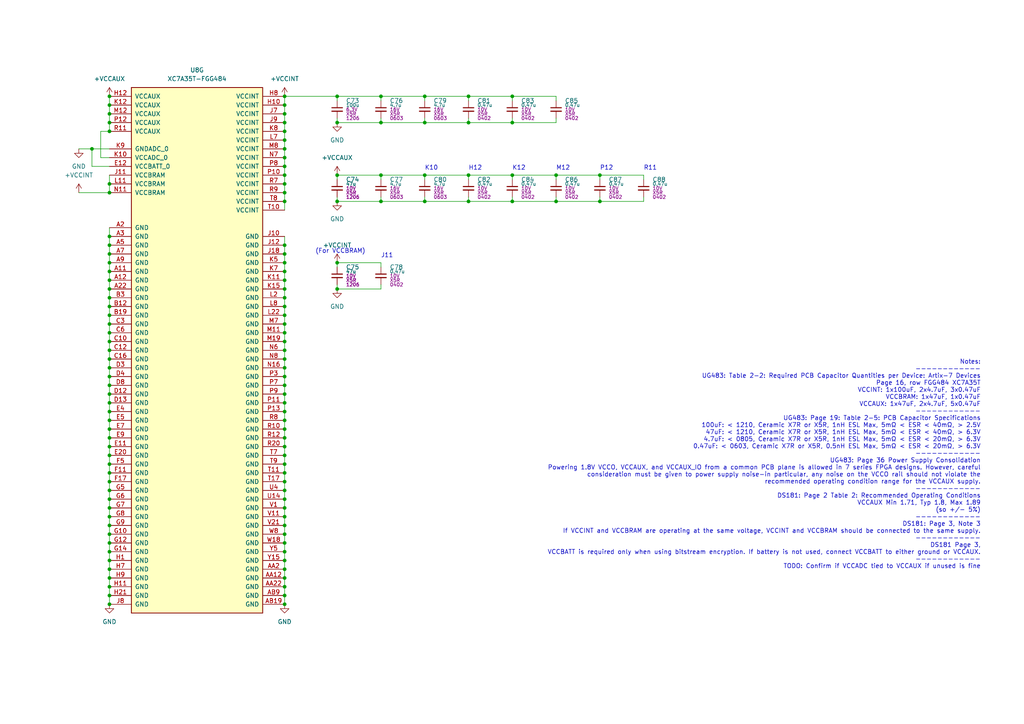
<source format=kicad_sch>
(kicad_sch (version 20230121) (generator eeschema)
  (paper "A4")
  (title_block (title "PCIeDMA") (date "2023-02-14") (rev "1"))
  (junction (at 31.75 86.36))
  (junction (at 31.75 93.98))
  (junction (at 31.75 149.86))
  (junction (at 82.55 101.6))
  (junction (at 82.55 139.7))
  (junction (at 82.55 137.16))
  (junction (at 148.59 50.8))
  (junction (at 110.49 27.94))
  (junction (at 82.55 144.78))
  (junction (at 135.89 50.8))
  (junction (at 31.75 162.56))
  (junction (at 148.59 35.56))
  (junction (at 31.75 96.52))
  (junction (at 82.55 99.06))
  (junction (at 82.55 38.1))
  (junction (at 82.55 58.42))
  (junction (at 82.55 43.18))
  (junction (at 110.49 58.42))
  (junction (at 31.75 81.28))
  (junction (at 31.75 147.32))
  (junction (at 82.55 154.94))
  (junction (at 31.75 38.1))
  (junction (at 31.75 129.54))
  (junction (at 31.75 152.4))
  (junction (at 82.55 86.36))
  (junction (at 97.79 27.94))
  (junction (at 31.75 35.56))
  (junction (at 31.75 139.7))
  (junction (at 82.55 132.08))
  (junction (at 82.55 114.3))
  (junction (at 82.55 157.48))
  (junction (at 31.75 119.38))
  (junction (at 31.75 68.58))
  (junction (at 110.49 50.8))
  (junction (at 123.19 50.8))
  (junction (at 31.75 101.6))
  (junction (at 31.75 73.66))
  (junction (at 31.75 27.94))
  (junction (at 82.55 106.68))
  (junction (at 123.19 35.56))
  (junction (at 31.75 116.84))
  (junction (at 82.55 147.32))
  (junction (at 82.55 149.86))
  (junction (at 31.75 53.34))
  (junction (at 31.75 99.06))
  (junction (at 82.55 129.54))
  (junction (at 31.75 83.82))
  (junction (at 82.55 170.18))
  (junction (at 82.55 165.1))
  (junction (at 82.55 121.92))
  (junction (at 82.55 40.64))
  (junction (at 31.75 137.16))
  (junction (at 82.55 124.46))
  (junction (at 161.29 50.8))
  (junction (at 31.75 170.18))
  (junction (at 31.75 106.68))
  (junction (at 82.55 76.2))
  (junction (at 82.55 55.88))
  (junction (at 31.75 157.48))
  (junction (at 82.55 162.56))
  (junction (at 82.55 172.72))
  (junction (at 31.75 167.64))
  (junction (at 31.75 33.02))
  (junction (at 82.55 104.14))
  (junction (at 82.55 73.66))
  (junction (at 82.55 35.56))
  (junction (at 82.55 48.26))
  (junction (at 31.75 76.2))
  (junction (at 82.55 142.24))
  (junction (at 82.55 152.4))
  (junction (at 82.55 127))
  (junction (at 97.79 83.82))
  (junction (at 148.59 27.94))
  (junction (at 31.75 111.76))
  (junction (at 31.75 124.46))
  (junction (at 135.89 58.42))
  (junction (at 110.49 35.56))
  (junction (at 123.19 27.94))
  (junction (at 135.89 27.94))
  (junction (at 31.75 132.08))
  (junction (at 82.55 119.38))
  (junction (at 97.79 35.56))
  (junction (at 31.75 78.74))
  (junction (at 31.75 71.12))
  (junction (at 82.55 175.26))
  (junction (at 82.55 33.02))
  (junction (at 31.75 121.92))
  (junction (at 82.55 111.76))
  (junction (at 82.55 93.98))
  (junction (at 31.75 134.62))
  (junction (at 26.67 43.18))
  (junction (at 161.29 58.42))
  (junction (at 31.75 127))
  (junction (at 31.75 160.02))
  (junction (at 31.75 142.24))
  (junction (at 82.55 81.28))
  (junction (at 82.55 71.12))
  (junction (at 82.55 27.94))
  (junction (at 82.55 160.02))
  (junction (at 82.55 96.52))
  (junction (at 31.75 30.48))
  (junction (at 148.59 58.42))
  (junction (at 31.75 91.44))
  (junction (at 31.75 165.1))
  (junction (at 31.75 109.22))
  (junction (at 82.55 45.72))
  (junction (at 31.75 55.88))
  (junction (at 82.55 109.22))
  (junction (at 173.99 50.8))
  (junction (at 82.55 116.84))
  (junction (at 31.75 175.26))
  (junction (at 173.99 58.42))
  (junction (at 82.55 134.62))
  (junction (at 82.55 50.8))
  (junction (at 82.55 91.44))
  (junction (at 82.55 83.82))
  (junction (at 123.19 58.42))
  (junction (at 97.79 76.2))
  (junction (at 31.75 144.78))
  (junction (at 135.89 35.56))
  (junction (at 31.75 88.9))
  (junction (at 82.55 88.9))
  (junction (at 82.55 78.74))
  (junction (at 97.79 50.8))
  (junction (at 82.55 167.64))
  (junction (at 97.79 58.42))
  (junction (at 82.55 30.48))
  (junction (at 31.75 104.14))
  (junction (at 31.75 154.94))
  (junction (at 82.55 53.34))
  (junction (at 31.75 114.3))
  (junction (at 31.75 172.72))
  (wire (pts (xy 31.75 121.92) (xy 31.75 124.46)))
  (wire (pts (xy 82.55 172.72) (xy 82.55 175.26)))
  (wire (pts (xy 148.59 58.42) (xy 148.59 57.15)))
  (wire (pts (xy 97.79 76.2) (xy 110.49 76.2)))
  (wire (pts (xy 82.55 137.16) (xy 82.55 139.7)))
  (wire (pts (xy 31.75 109.22) (xy 31.75 111.76)))
  (wire (pts (xy 82.55 157.48) (xy 82.55 160.02)))
  (wire (pts (xy 82.55 88.9) (xy 82.55 91.44)))
  (wire (pts (xy 31.75 30.48) (xy 31.75 27.94)))
  (wire (pts (xy 31.75 68.58) (xy 31.75 71.12)))
  (wire (pts (xy 31.75 50.8) (xy 31.75 53.34)))
  (wire (pts (xy 82.55 101.6) (xy 82.55 104.14)))
  (wire (pts (xy 31.75 167.64) (xy 31.75 170.18)))
  (wire (pts (xy 123.19 34.29) (xy 123.19 35.56)))
  (wire (pts (xy 123.19 50.8) (xy 123.19 52.07)))
  (wire (pts (xy 31.75 147.32) (xy 31.75 149.86)))
  (wire (pts (xy 161.29 27.94) (xy 148.59 27.94)))
  (wire (pts (xy 31.75 83.82) (xy 31.75 86.36)))
  (wire (pts (xy 31.75 127) (xy 31.75 129.54)))
  (wire (pts (xy 26.67 48.26) (xy 26.67 43.18)))
  (wire (pts (xy 82.55 149.86) (xy 82.55 152.4)))
  (wire (pts (xy 110.49 50.8) (xy 110.49 52.07)))
  (wire (pts (xy 123.19 35.56) (xy 135.89 35.56)))
  (wire (pts (xy 31.75 53.34) (xy 31.75 55.88)))
  (wire (pts (xy 82.55 43.18) (xy 82.55 45.72)))
  (wire (pts (xy 110.49 35.56) (xy 123.19 35.56)))
  (wire (pts (xy 82.55 40.64) (xy 82.55 43.18)))
  (wire (pts (xy 31.75 137.16) (xy 31.75 139.7)))
  (wire (pts (xy 110.49 58.42) (xy 110.49 57.15)))
  (wire (pts (xy 82.55 124.46) (xy 82.55 127)))
  (wire (pts (xy 31.75 101.6) (xy 31.75 104.14)))
  (wire (pts (xy 82.55 165.1) (xy 82.55 167.64)))
  (wire (pts (xy 31.75 71.12) (xy 31.75 73.66)))
  (wire (pts (xy 148.59 34.29) (xy 148.59 35.56)))
  (wire (pts (xy 82.55 53.34) (xy 82.55 55.88)))
  (wire (pts (xy 31.75 144.78) (xy 31.75 147.32)))
  (wire (pts (xy 82.55 147.32) (xy 82.55 149.86)))
  (wire (pts (xy 31.75 99.06) (xy 31.75 101.6)))
  (wire (pts (xy 31.75 35.56) (xy 31.75 33.02)))
  (wire (pts (xy 110.49 27.94) (xy 97.79 27.94)))
  (wire (pts (xy 82.55 116.84) (xy 82.55 119.38)))
  (wire (pts (xy 31.75 124.46) (xy 31.75 127)))
  (wire (pts (xy 82.55 132.08) (xy 82.55 134.62)))
  (wire (pts (xy 97.79 82.55) (xy 97.79 83.82)))
  (wire (pts (xy 82.55 73.66) (xy 82.55 76.2)))
  (wire (pts (xy 82.55 27.94) (xy 82.55 30.48)))
  (wire (pts (xy 29.21 45.72) (xy 29.21 38.1)))
  (wire (pts (xy 29.21 38.1) (xy 31.75 38.1)))
  (wire (pts (xy 82.55 78.74) (xy 82.55 81.28)))
  (wire (pts (xy 82.55 121.92) (xy 82.55 124.46)))
  (wire (pts (xy 135.89 27.94) (xy 135.89 29.21)))
  (wire (pts (xy 82.55 129.54) (xy 82.55 132.08)))
  (wire (pts (xy 31.75 149.86) (xy 31.75 152.4)))
  (wire (pts (xy 123.19 50.8) (xy 110.49 50.8)))
  (wire (pts (xy 97.79 34.29) (xy 97.79 35.56)))
  (wire (pts (xy 82.55 127) (xy 82.55 129.54)))
  (wire (pts (xy 123.19 58.42) (xy 123.19 57.15)))
  (wire (pts (xy 31.75 170.18) (xy 31.75 172.72)))
  (wire (pts (xy 82.55 96.52) (xy 82.55 99.06)))
  (wire (pts (xy 31.75 33.02) (xy 31.75 30.48)))
  (wire (pts (xy 82.55 27.94) (xy 97.79 27.94)))
  (wire (pts (xy 82.55 83.82) (xy 82.55 86.36)))
  (wire (pts (xy 161.29 35.56) (xy 161.29 34.29)))
  (wire (pts (xy 31.75 48.26) (xy 26.67 48.26)))
  (wire (pts (xy 82.55 45.72) (xy 82.55 48.26)))
  (wire (pts (xy 31.75 165.1) (xy 31.75 167.64)))
  (wire (pts (xy 31.75 106.68) (xy 31.75 109.22)))
  (wire (pts (xy 135.89 50.8) (xy 135.89 52.07)))
  (wire (pts (xy 31.75 38.1) (xy 31.75 35.56)))
  (wire (pts (xy 82.55 139.7) (xy 82.55 142.24)))
  (wire (pts (xy 97.79 83.82) (xy 110.49 83.82)))
  (wire (pts (xy 82.55 119.38) (xy 82.55 121.92)))
  (wire (pts (xy 173.99 50.8) (xy 161.29 50.8)))
  (wire (pts (xy 173.99 58.42) (xy 173.99 57.15)))
  (wire (pts (xy 135.89 35.56) (xy 148.59 35.56)))
  (wire (pts (xy 82.55 76.2) (xy 82.55 78.74)))
  (wire (pts (xy 31.75 111.76) (xy 31.75 114.3)))
  (wire (pts (xy 31.75 172.72) (xy 31.75 175.26)))
  (wire (pts (xy 82.55 50.8) (xy 82.55 53.34)))
  (wire (pts (xy 82.55 134.62) (xy 82.55 137.16)))
  (wire (pts (xy 161.29 58.42) (xy 148.59 58.42)))
  (wire (pts (xy 82.55 55.88) (xy 82.55 58.42)))
  (wire (pts (xy 161.29 58.42) (xy 161.29 57.15)))
  (wire (pts (xy 31.75 142.24) (xy 31.75 144.78)))
  (wire (pts (xy 31.75 66.04) (xy 31.75 68.58)))
  (wire (pts (xy 31.75 104.14) (xy 31.75 106.68)))
  (wire (pts (xy 31.75 93.98) (xy 31.75 96.52)))
  (wire (pts (xy 82.55 162.56) (xy 82.55 165.1)))
  (wire (pts (xy 82.55 160.02) (xy 82.55 162.56)))
  (wire (pts (xy 82.55 81.28) (xy 82.55 83.82)))
  (wire (pts (xy 186.69 58.42) (xy 173.99 58.42)))
  (wire (pts (xy 135.89 58.42) (xy 135.89 57.15)))
  (wire (pts (xy 31.75 81.28) (xy 31.75 83.82)))
  (wire (pts (xy 110.49 58.42) (xy 97.79 58.42)))
  (wire (pts (xy 82.55 30.48) (xy 82.55 33.02)))
  (wire (pts (xy 82.55 99.06) (xy 82.55 101.6)))
  (wire (pts (xy 31.75 78.74) (xy 31.75 81.28)))
  (wire (pts (xy 123.19 58.42) (xy 110.49 58.42)))
  (wire (pts (xy 82.55 114.3) (xy 82.55 116.84)))
  (wire (pts (xy 135.89 58.42) (xy 148.59 58.42)))
  (wire (pts (xy 135.89 27.94) (xy 123.19 27.94)))
  (wire (pts (xy 26.67 43.18) (xy 22.86 43.18)))
  (wire (pts (xy 161.29 29.21) (xy 161.29 27.94)))
  (wire (pts (xy 110.49 76.2) (xy 110.49 77.47)))
  (wire (pts (xy 161.29 50.8) (xy 148.59 50.8)))
  (wire (pts (xy 31.75 157.48) (xy 31.75 160.02)))
  (wire (pts (xy 82.55 111.76) (xy 82.55 114.3)))
  (wire (pts (xy 82.55 170.18) (xy 82.55 172.72)))
  (wire (pts (xy 31.75 162.56) (xy 31.75 165.1)))
  (wire (pts (xy 82.55 154.94) (xy 82.55 157.48)))
  (wire (pts (xy 82.55 33.02) (xy 82.55 35.56)))
  (wire (pts (xy 31.75 76.2) (xy 31.75 78.74)))
  (wire (pts (xy 135.89 34.29) (xy 135.89 35.56)))
  (wire (pts (xy 123.19 27.94) (xy 123.19 29.21)))
  (wire (pts (xy 148.59 27.94) (xy 135.89 27.94)))
  (wire (pts (xy 31.75 154.94) (xy 31.75 157.48)))
  (wire (pts (xy 97.79 76.2) (xy 97.79 77.47)))
  (wire (pts (xy 82.55 71.12) (xy 82.55 73.66)))
  (wire (pts (xy 123.19 27.94) (xy 110.49 27.94)))
  (wire (pts (xy 31.75 160.02) (xy 31.75 162.56)))
  (wire (pts (xy 173.99 50.8) (xy 173.99 52.07)))
  (wire (pts (xy 31.75 129.54) (xy 31.75 132.08)))
  (wire (pts (xy 135.89 50.8) (xy 148.59 50.8)))
  (wire (pts (xy 97.79 27.94) (xy 97.79 29.21)))
  (wire (pts (xy 82.55 152.4) (xy 82.55 154.94)))
  (wire (pts (xy 82.55 104.14) (xy 82.55 106.68)))
  (wire (pts (xy 82.55 142.24) (xy 82.55 144.78)))
  (wire (pts (xy 31.75 73.66) (xy 31.75 76.2)))
  (wire (pts (xy 82.55 38.1) (xy 82.55 40.64)))
  (wire (pts (xy 97.79 50.8) (xy 97.79 52.07)))
  (wire (pts (xy 22.86 55.88) (xy 31.75 55.88)))
  (wire (pts (xy 31.75 88.9) (xy 31.75 91.44)))
  (wire (pts (xy 31.75 114.3) (xy 31.75 116.84)))
  (wire (pts (xy 186.69 50.8) (xy 186.69 52.07)))
  (wire (pts (xy 82.55 93.98) (xy 82.55 96.52)))
  (wire (pts (xy 110.49 27.94) (xy 110.49 29.21)))
  (wire (pts (xy 31.75 134.62) (xy 31.75 137.16)))
  (wire (pts (xy 31.75 139.7) (xy 31.75 142.24)))
  (wire (pts (xy 97.79 35.56) (xy 110.49 35.56)))
  (wire (pts (xy 31.75 91.44) (xy 31.75 93.98)))
  (wire (pts (xy 82.55 58.42) (xy 82.55 60.96)))
  (wire (pts (xy 31.75 116.84) (xy 31.75 119.38)))
  (wire (pts (xy 82.55 109.22) (xy 82.55 111.76)))
  (wire (pts (xy 82.55 106.68) (xy 82.55 109.22)))
  (wire (pts (xy 31.75 45.72) (xy 29.21 45.72)))
  (wire (pts (xy 110.49 82.55) (xy 110.49 83.82)))
  (wire (pts (xy 82.55 167.64) (xy 82.55 170.18)))
  (wire (pts (xy 186.69 58.42) (xy 186.69 57.15)))
  (wire (pts (xy 186.69 50.8) (xy 173.99 50.8)))
  (wire (pts (xy 82.55 68.58) (xy 82.55 71.12)))
  (wire (pts (xy 110.49 34.29) (xy 110.49 35.56)))
  (wire (pts (xy 82.55 48.26) (xy 82.55 50.8)))
  (wire (pts (xy 97.79 57.15) (xy 97.79 58.42)))
  (wire (pts (xy 31.75 152.4) (xy 31.75 154.94)))
  (wire (pts (xy 31.75 119.38) (xy 31.75 121.92)))
  (wire (pts (xy 123.19 58.42) (xy 135.89 58.42)))
  (wire (pts (xy 148.59 50.8) (xy 148.59 52.07)))
  (wire (pts (xy 82.55 86.36) (xy 82.55 88.9)))
  (wire (pts (xy 148.59 27.94) (xy 148.59 29.21)))
  (wire (pts (xy 31.75 96.52) (xy 31.75 99.06)))
  (wire (pts (xy 148.59 35.56) (xy 161.29 35.56)))
  (wire (pts (xy 26.67 43.18) (xy 31.75 43.18)))
  (wire (pts (xy 123.19 50.8) (xy 135.89 50.8)))
  (wire (pts (xy 31.75 132.08) (xy 31.75 134.62)))
  (wire (pts (xy 161.29 50.8) (xy 161.29 52.07)))
  (wire (pts (xy 82.55 35.56) (xy 82.55 38.1)))
  (wire (pts (xy 82.55 91.44) (xy 82.55 93.98)))
  (wire (pts (xy 82.55 144.78) (xy 82.55 147.32)))
  (wire (pts (xy 31.75 86.36) (xy 31.75 88.9)))
  (wire (pts (xy 173.99 58.42) (xy 161.29 58.42)))
  (wire (pts (xy 110.49 50.8) (xy 97.79 50.8)))
  (text "K12" (at 148.59 49.53 0) (effects (font (size 1.27 1.27)) (justify left bottom)))
  (text "(For VCCBRAM)" (at 91.44 73.66 0) (effects (font (size 1.27 1.27)) (justify left bottom)))
  (text "Notes:\n------------\nUG483: Table 2-2: Required PCB Capacitor Quantities per Device: Artix-7 Devices\nPage 16, row FGG484 XC7A35T\nVCCINT: 1x100uF, 2x4.7uF, 3x0.47uF\nVCCBRAM: 1x47uF, 1x0.47uF\nVCCAUX: 1x47uF, 2x4.7uF, 5x0.47uF\n------------\nUG483: Page 19: Table 2-5: PCB Capacitor Specifications\n100uF: < 1210, Ceramic X7R or X5R, 1nH ESL Max, 5mΩ < ESR < 40mΩ, > 2.5V\n47uF: < 1210, Ceramic X7R or X5R, 1nH ESL Max, 5mΩ < ESR < 40mΩ, > 6.3V\n4.7uF: < 0805, Ceramic X7R or X5R, 1nH ESL Max, 5mΩ < ESR < 20mΩ, > 6.3V\n0.47uF: < 0603, Ceramic X7R or X5R, 0.5nH ESL Max, 5mΩ < ESR < 20mΩ, > 6.3V\n------------\nUG483: Page 36 Power Supply Consolidation\nPowering 1.8V VCCO, VCCAUX, and VCCAUX_IO from a common PCB plane is allowed in 7 series FPGA designs. However, careful\nconsideration must be given to power supply noise-in particular, any noise on the VCCO rail should not violate the\nrecommended operating condition range for the VCCAUX supply.\n------------\nDS181: Page 2 Table 2: Recommended Operating Conditions\nVCCAUX Min 1.71, Typ 1.8, Max 1.89\n(so +/- 5%)\n------------\nDS181: Page 3, Note 3\nIf VCCINT and VCCBRAM are operating at the same voltage, VCCINT and VCCBRAM should be connected to the same supply.\n------------\nDS181 Page 3,\nVCCBATT is required only when using bitstream encryption. If battery is not used, connect VCCBATT to either ground or VCCAUX.\n------------\nTODO: Confirm if VCCADC tied to VCCAUX if unused is fine" (at 284.48 165.1 0) (effects (font (size 1.27 1.27)) (justify right bottom)))
  (text "R11" (at 186.69 49.53 0) (effects (font (size 1.27 1.27)) (justify left bottom)))
  (text "H12" (at 135.89 49.53 0) (effects (font (size 1.27 1.27)) (justify left bottom)))
  (text "P12" (at 173.99 49.53 0) (effects (font (size 1.27 1.27)) (justify left bottom)))
  (text "J11" (at 110.49 74.93 0) (effects (font (size 1.27 1.27)) (justify left bottom)))
  (text "M12" (at 161.29 49.53 0) (effects (font (size 1.27 1.27)) (justify left bottom)))
  (text "K10" (at 123.19 49.53 0) (effects (font (size 1.27 1.27)) (justify left bottom)))
  (symbol (lib_id "power:GND") (at 97.79 83.82 0) (unit 1)
    (property "Reference" "#PWR094" (effects hide))
    (property "Value" "GND" (at 97.79 88.9 0))
  )
  (symbol (lib_id "Device:C_Small") (at 97.79 80.01 0) (unit 1)
    (property "Reference" "C75" (at 100.33 77.47 0) (effects (justify left)))
    (property "Value" "47u" (at 100.33 78.74 0) (effects (font (size 1 1)) (justify left)))
    (property "Footprint" "Capacitor_SMD:C_1206_3216Metric" (effects hide))
    (property "Rating" "10V" (at 100.33 80.01 0) (effects (font (size 1 1)) (justify left)))
    (property "Class" "X5R" (at 100.33 81.28 0) (effects (font (size 1 1)) (justify left)))
    (property "Size" "1206" (at 100.33 82.55 0) (effects (font (size 1 1)) (justify left)))
  )
  (symbol (lib_id "Device:C_Small") (at 148.59 54.61 0) (unit 1)
    (property "Reference" "C84" (at 151.13 52.07 0) (effects (justify left)))
    (property "Value" "0.47u" (at 151.13 53.34 0) (effects (font (size 1 1)) (justify left)))
    (property "Footprint" "Capacitor_SMD:C_0402_1005Metric" (effects hide))
    (property "Rating" "10V" (at 151.13 54.61 0) (effects (font (size 1 1)) (justify left)))
    (property "Class" "X5R" (at 151.13 55.88 0) (effects (font (size 1 1)) (justify left)))
    (property "Size" "0402" (at 151.13 57.15 0) (effects (font (size 1 1)) (justify left)))
  )
  (symbol (lib_id "PCIeDMA:+VCCAUX") (at 31.75 27.94 0) (unit 1)
    (property "Reference" "#PWR086" (effects hide))
    (property "Value" "+VCCAUX" (at 31.75 22.86 0))
  )
  (symbol (lib_id "Device:C_Small") (at 135.89 31.75 0) (unit 1)
    (property "Reference" "C81" (at 138.43 29.21 0) (effects (justify left)))
    (property "Value" "0.47u" (at 138.43 30.48 0) (effects (font (size 1 1)) (justify left)))
    (property "Footprint" "Capacitor_SMD:C_0402_1005Metric" (effects hide))
    (property "Rating" "10V" (at 138.43 31.75 0) (effects (font (size 1 1)) (justify left)))
    (property "Class" "X5R" (at 138.43 33.02 0) (effects (font (size 1 1)) (justify left)))
    (property "Size" "0402" (at 138.43 34.29 0) (effects (font (size 1 1)) (justify left)))
  )
  (symbol (lib_id "PCIeDMA:+VCCINT") (at 82.55 27.94 0) (unit 1)
    (property "Reference" "#PWR088" (effects hide))
    (property "Value" "+VCCINT" (at 82.55 22.86 0))
  )
  (symbol (lib_id "Device:C_Small") (at 148.59 31.75 0) (unit 1)
    (property "Reference" "C83" (at 151.13 29.21 0) (effects (justify left)))
    (property "Value" "0.47u" (at 151.13 30.48 0) (effects (font (size 1 1)) (justify left)))
    (property "Footprint" "Capacitor_SMD:C_0402_1005Metric" (effects hide))
    (property "Rating" "10V" (at 151.13 31.75 0) (effects (font (size 1 1)) (justify left)))
    (property "Class" "X5R" (at 151.13 33.02 0) (effects (font (size 1 1)) (justify left)))
    (property "Size" "0402" (at 151.13 34.29 0) (effects (font (size 1 1)) (justify left)))
  )
  (symbol (lib_id "Device:C_Small") (at 110.49 54.61 0) (unit 1)
    (property "Reference" "C77" (at 113.03 52.07 0) (effects (justify left)))
    (property "Value" "4.7u" (at 113.03 53.34 0) (effects (font (size 1 1)) (justify left)))
    (property "Footprint" "Capacitor_SMD:C_0603_1608Metric" (effects hide))
    (property "Rating" "16V" (at 113.03 54.61 0) (effects (font (size 1 1)) (justify left)))
    (property "Class" "X5R" (at 113.03 55.88 0) (effects (font (size 1 1)) (justify left)))
    (property "Size" "0603" (at 113.03 57.15 0) (effects (font (size 1 1)) (justify left)))
  )
  (symbol (lib_id "Device:C_Small") (at 135.89 54.61 0) (unit 1)
    (property "Reference" "C82" (at 138.43 52.07 0) (effects (justify left)))
    (property "Value" "0.47u" (at 138.43 53.34 0) (effects (font (size 1 1)) (justify left)))
    (property "Footprint" "Capacitor_SMD:C_0402_1005Metric" (effects hide))
    (property "Rating" "10V" (at 138.43 54.61 0) (effects (font (size 1 1)) (justify left)))
    (property "Class" "X5R" (at 138.43 55.88 0) (effects (font (size 1 1)) (justify left)))
    (property "Size" "0402" (at 138.43 57.15 0) (effects (font (size 1 1)) (justify left)))
  )
  (symbol (lib_id "Device:C_Small") (at 123.19 54.61 0) (unit 1)
    (property "Reference" "C80" (at 125.73 52.07 0) (effects (justify left)))
    (property "Value" "4.7u" (at 125.73 53.34 0) (effects (font (size 1 1)) (justify left)))
    (property "Footprint" "Capacitor_SMD:C_0603_1608Metric" (effects hide))
    (property "Rating" "16V" (at 125.73 54.61 0) (effects (font (size 1 1)) (justify left)))
    (property "Class" "X5R" (at 125.73 55.88 0) (effects (font (size 1 1)) (justify left)))
    (property "Size" "0603" (at 125.73 57.15 0) (effects (font (size 1 1)) (justify left)))
  )
  (symbol (lib_id "Device:C_Small") (at 110.49 80.01 0) (unit 1)
    (property "Reference" "C78" (at 113.03 77.47 0) (effects (justify left)))
    (property "Value" "0.47u" (at 113.03 78.74 0) (effects (font (size 1 1)) (justify left)))
    (property "Footprint" "Capacitor_SMD:C_0402_1005Metric" (effects hide))
    (property "Rating" "10V" (at 113.03 80.01 0) (effects (font (size 1 1)) (justify left)))
    (property "Class" "X5R" (at 113.03 81.28 0) (effects (font (size 1 1)) (justify left)))
    (property "Size" "0402" (at 113.03 82.55 0) (effects (font (size 1 1)) (justify left)))
  )
  (symbol (lib_id "power:GND") (at 31.75 175.26 0) (unit 1)
    (property "Reference" "#PWR087" (effects hide))
    (property "Value" "GND" (at 31.75 180.34 0))
  )
  (symbol (lib_id "Device:C_Small") (at 97.79 31.75 0) (unit 1)
    (property "Reference" "C73" (at 100.33 29.21 0) (effects (justify left)))
    (property "Value" "100u" (at 100.33 30.48 0) (effects (font (size 1 1)) (justify left)))
    (property "Footprint" "Capacitor_SMD:C_1206_3216Metric" (effects hide))
    (property "Rating" "6.3V" (at 100.33 31.75 0) (effects (font (size 1 1)) (justify left)))
    (property "Class" "X5R" (at 100.33 33.02 0) (effects (font (size 1 1)) (justify left)))
    (property "Size" "1206" (at 100.33 34.29 0) (effects (font (size 1 1)) (justify left)))
  )
  (symbol (lib_id "Device:C_Small") (at 173.99 54.61 0) (unit 1)
    (property "Reference" "C87" (at 176.53 52.07 0) (effects (justify left)))
    (property "Value" "0.47u" (at 176.53 53.34 0) (effects (font (size 1 1)) (justify left)))
    (property "Footprint" "Capacitor_SMD:C_0402_1005Metric" (effects hide))
    (property "Rating" "10V" (at 176.53 54.61 0) (effects (font (size 1 1)) (justify left)))
    (property "Class" "X5R" (at 176.53 55.88 0) (effects (font (size 1 1)) (justify left)))
    (property "Size" "0402" (at 176.53 57.15 0) (effects (font (size 1 1)) (justify left)))
  )
  (symbol (lib_id "FPGA_Xilinx_Artix7:XC7A35T-FGG484") (at 57.15 101.6 0) (unit 7)
    (property "Reference" "U8" (at 57.15 20.32 0))
    (property "Value" "XC7A35T-FGG484" (at 57.15 22.86 0))
    (property "Footprint" "Package_BGA:Xilinx_FGG484" (effects hide))
  )
  (symbol (lib_id "Device:C_Small") (at 161.29 31.75 0) (unit 1)
    (property "Reference" "C85" (at 163.83 29.21 0) (effects (justify left)))
    (property "Value" "0.47u" (at 163.83 30.48 0) (effects (font (size 1 1)) (justify left)))
    (property "Footprint" "Capacitor_SMD:C_0402_1005Metric" (effects hide))
    (property "Rating" "10V" (at 163.83 31.75 0) (effects (font (size 1 1)) (justify left)))
    (property "Class" "X5R" (at 163.83 33.02 0) (effects (font (size 1 1)) (justify left)))
    (property "Size" "0402" (at 163.83 34.29 0) (effects (font (size 1 1)) (justify left)))
  )
  (symbol (lib_id "PCIeDMA:+VCCINT") (at 22.86 55.88 0) (unit 1)
    (property "Reference" "#PWR085" (effects hide))
    (property "Value" "+VCCINT" (at 22.86 50.8 0))
  )
  (symbol (lib_id "Device:C_Small") (at 161.29 54.61 0) (unit 1)
    (property "Reference" "C86" (at 163.83 52.07 0) (effects (justify left)))
    (property "Value" "0.47u" (at 163.83 53.34 0) (effects (font (size 1 1)) (justify left)))
    (property "Footprint" "Capacitor_SMD:C_0402_1005Metric" (effects hide))
    (property "Rating" "10V" (at 163.83 54.61 0) (effects (font (size 1 1)) (justify left)))
    (property "Class" "X5R" (at 163.83 55.88 0) (effects (font (size 1 1)) (justify left)))
    (property "Size" "0402" (at 163.83 57.15 0) (effects (font (size 1 1)) (justify left)))
  )
  (symbol (lib_id "PCIeDMA:+VCCINT") (at 97.79 76.2 0) (unit 1)
    (property "Reference" "#PWR093" (effects hide))
    (property "Value" "+VCCINT" (at 97.79 71.12 0))
  )
  (symbol (lib_id "power:GND") (at 82.55 175.26 0) (unit 1)
    (property "Reference" "#PWR089" (effects hide))
    (property "Value" "GND" (at 82.55 180.34 0))
  )
  (symbol (lib_id "PCIeDMA:+VCCAUX") (at 97.79 50.8 0) (unit 1)
    (property "Reference" "#PWR091" (effects hide))
    (property "Value" "+VCCAUX" (at 97.79 45.72 0))
  )
  (symbol (lib_id "Device:C_Small") (at 110.49 31.75 0) (unit 1)
    (property "Reference" "C76" (at 113.03 29.21 0) (effects (justify left)))
    (property "Value" "4.7u" (at 113.03 30.48 0) (effects (font (size 1 1)) (justify left)))
    (property "Footprint" "Capacitor_SMD:C_0603_1608Metric" (effects hide))
    (property "Rating" "16V" (at 113.03 31.75 0) (effects (font (size 1 1)) (justify left)))
    (property "Class" "X5R" (at 113.03 33.02 0) (effects (font (size 1 1)) (justify left)))
    (property "Size" "0603" (at 113.03 34.29 0) (effects (font (size 1 1)) (justify left)))
  )
  (symbol (lib_id "Device:C_Small") (at 186.69 54.61 0) (unit 1)
    (property "Reference" "C88" (at 189.23 52.07 0) (effects (justify left)))
    (property "Value" "0.47u" (at 189.23 53.34 0) (effects (font (size 1 1)) (justify left)))
    (property "Footprint" "Capacitor_SMD:C_0402_1005Metric" (effects hide))
    (property "Rating" "10V" (at 189.23 54.61 0) (effects (font (size 1 1)) (justify left)))
    (property "Class" "X5R" (at 189.23 55.88 0) (effects (font (size 1 1)) (justify left)))
    (property "Size" "0402" (at 189.23 57.15 0) (effects (font (size 1 1)) (justify left)))
  )
  (symbol (lib_id "Device:C_Small") (at 123.19 31.75 0) (unit 1)
    (property "Reference" "C79" (at 125.73 29.21 0) (effects (justify left)))
    (property "Value" "4.7u" (at 125.73 30.48 0) (effects (font (size 1 1)) (justify left)))
    (property "Footprint" "Capacitor_SMD:C_0603_1608Metric" (effects hide))
    (property "Rating" "16V" (at 125.73 31.75 0) (effects (font (size 1 1)) (justify left)))
    (property "Class" "X5R" (at 125.73 33.02 0) (effects (font (size 1 1)) (justify left)))
    (property "Size" "0603" (at 125.73 34.29 0) (effects (font (size 1 1)) (justify left)))
  )
  (symbol (lib_id "Device:C_Small") (at 97.79 54.61 0) (unit 1)
    (property "Reference" "C74" (at 100.33 52.07 0) (effects (justify left)))
    (property "Value" "47u" (at 100.33 53.34 0) (effects (font (size 1 1)) (justify left)))
    (property "Footprint" "Capacitor_SMD:C_1206_3216Metric" (effects hide))
    (property "Rating" "10V" (at 100.33 54.61 0) (effects (font (size 1 1)) (justify left)))
    (property "Class" "X5R" (at 100.33 55.88 0) (effects (font (size 1 1)) (justify left)))
    (property "Size" "1206" (at 100.33 57.15 0) (effects (font (size 1 1)) (justify left)))
  )
  (symbol (lib_id "power:GND") (at 97.79 35.56 0) (unit 1)
    (property "Reference" "#PWR090" (effects hide))
    (property "Value" "GND" (at 97.79 40.64 0))
  )
  (symbol (lib_id "power:GND") (at 22.86 43.18 0) (unit 1)
    (property "Reference" "#PWR084" (effects hide))
    (property "Value" "GND" (at 22.86 48.26 0))
  )
  (symbol (lib_id "power:GND") (at 97.79 58.42 0) (unit 1)
    (property "Reference" "#PWR092" (effects hide))
    (property "Value" "GND" (at 97.79 63.5 0))
  )
)
</source>
